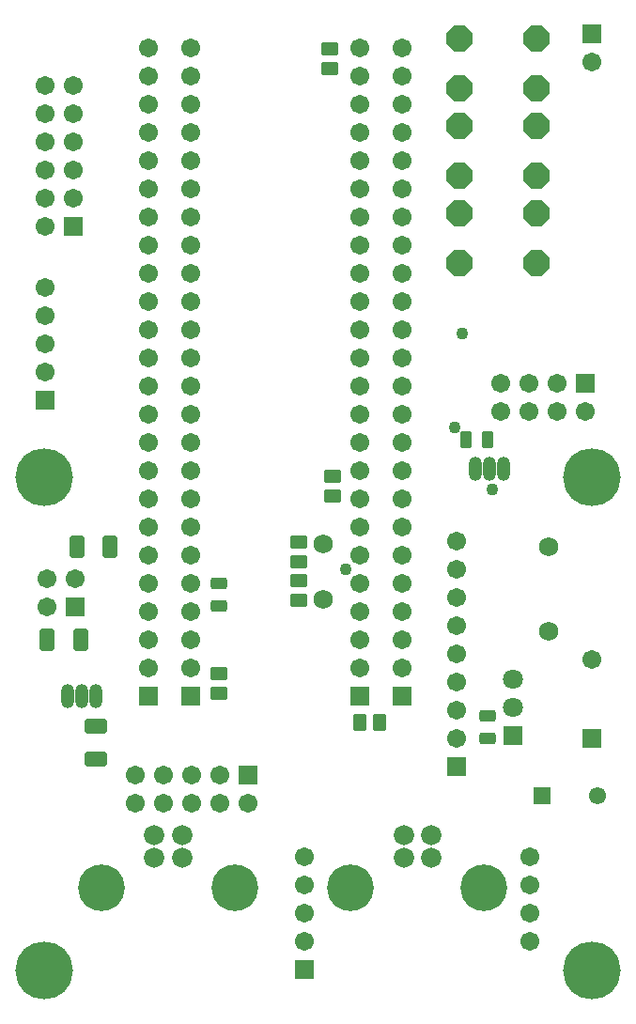
<source format=gbs>
G04 Layer_Color=16711935*
%FSLAX44Y44*%
%MOMM*%
G71*
G01*
G75*
G04:AMPARAMS|DCode=44|XSize=1.5032mm|YSize=1.0032mm|CornerRadius=0.2016mm|HoleSize=0mm|Usage=FLASHONLY|Rotation=0.000|XOffset=0mm|YOffset=0mm|HoleType=Round|Shape=RoundedRectangle|*
%AMROUNDEDRECTD44*
21,1,1.5032,0.6000,0,0,0.0*
21,1,1.1000,1.0032,0,0,0.0*
1,1,0.4032,0.5500,-0.3000*
1,1,0.4032,-0.5500,-0.3000*
1,1,0.4032,-0.5500,0.3000*
1,1,0.4032,0.5500,0.3000*
%
%ADD44ROUNDEDRECTD44*%
%ADD46O,1.2032X2.2032*%
%ADD47O,1.2032X2.2032*%
%ADD48C,4.2032*%
%ADD49C,1.8288*%
%ADD50C,1.7032*%
%ADD51R,1.7032X1.7032*%
%ADD52C,1.5532*%
%ADD53R,1.5532X1.5532*%
%ADD54C,1.7272*%
%ADD55R,1.7032X1.7032*%
%ADD56P,2.4930X8X202.5*%
%ADD57R,1.8032X1.8032*%
%ADD58C,1.8032*%
%ADD59C,5.2032*%
%ADD60C,1.1032*%
G04:AMPARAMS|DCode=61|XSize=1.6032mm|YSize=1.2032mm|CornerRadius=0.2266mm|HoleSize=0mm|Usage=FLASHONLY|Rotation=270.000|XOffset=0mm|YOffset=0mm|HoleType=Round|Shape=RoundedRectangle|*
%AMROUNDEDRECTD61*
21,1,1.6032,0.7500,0,0,270.0*
21,1,1.1500,1.2032,0,0,270.0*
1,1,0.4532,-0.3750,-0.5750*
1,1,0.4532,-0.3750,0.5750*
1,1,0.4532,0.3750,0.5750*
1,1,0.4532,0.3750,-0.5750*
%
%ADD61ROUNDEDRECTD61*%
G04:AMPARAMS|DCode=62|XSize=1.6032mm|YSize=1.2032mm|CornerRadius=0.2266mm|HoleSize=0mm|Usage=FLASHONLY|Rotation=0.000|XOffset=0mm|YOffset=0mm|HoleType=Round|Shape=RoundedRectangle|*
%AMROUNDEDRECTD62*
21,1,1.6032,0.7500,0,0,0.0*
21,1,1.1500,1.2032,0,0,0.0*
1,1,0.4532,0.5750,-0.3750*
1,1,0.4532,-0.5750,-0.3750*
1,1,0.4532,-0.5750,0.3750*
1,1,0.4532,0.5750,0.3750*
%
%ADD62ROUNDEDRECTD62*%
G04:AMPARAMS|DCode=63|XSize=2.0032mm|YSize=1.3532mm|CornerRadius=0.2454mm|HoleSize=0mm|Usage=FLASHONLY|Rotation=180.000|XOffset=0mm|YOffset=0mm|HoleType=Round|Shape=RoundedRectangle|*
%AMROUNDEDRECTD63*
21,1,2.0032,0.8625,0,0,180.0*
21,1,1.5125,1.3532,0,0,180.0*
1,1,0.4907,-0.7562,0.4313*
1,1,0.4907,0.7562,0.4313*
1,1,0.4907,0.7562,-0.4313*
1,1,0.4907,-0.7562,-0.4313*
%
%ADD63ROUNDEDRECTD63*%
G04:AMPARAMS|DCode=64|XSize=2.0032mm|YSize=1.3532mm|CornerRadius=0.2454mm|HoleSize=0mm|Usage=FLASHONLY|Rotation=270.000|XOffset=0mm|YOffset=0mm|HoleType=Round|Shape=RoundedRectangle|*
%AMROUNDEDRECTD64*
21,1,2.0032,0.8625,0,0,270.0*
21,1,1.5125,1.3532,0,0,270.0*
1,1,0.4907,-0.4313,-0.7562*
1,1,0.4907,-0.4313,0.7562*
1,1,0.4907,0.4313,0.7562*
1,1,0.4907,0.4313,-0.7562*
%
%ADD64ROUNDEDRECTD64*%
G04:AMPARAMS|DCode=65|XSize=1.5032mm|YSize=1.0032mm|CornerRadius=0.2016mm|HoleSize=0mm|Usage=FLASHONLY|Rotation=270.000|XOffset=0mm|YOffset=0mm|HoleType=Round|Shape=RoundedRectangle|*
%AMROUNDEDRECTD65*
21,1,1.5032,0.6000,0,0,270.0*
21,1,1.1000,1.0032,0,0,270.0*
1,1,0.4032,-0.3000,-0.5500*
1,1,0.4032,-0.3000,0.5500*
1,1,0.4032,0.3000,0.5500*
1,1,0.4032,0.3000,-0.5500*
%
%ADD65ROUNDEDRECTD65*%
D44*
X185420Y357030D02*
D03*
Y377030D02*
D03*
X427990Y257650D02*
D03*
Y237650D02*
D03*
D46*
X49530Y275590D02*
D03*
X62230D02*
D03*
X441960Y480060D02*
D03*
X429260D02*
D03*
D47*
X74930Y275590D02*
D03*
X416560Y480060D02*
D03*
D48*
X424690Y102800D02*
D03*
X304290D02*
D03*
X199900D02*
D03*
X79500D02*
D03*
D49*
X351990Y149900D02*
D03*
Y129900D02*
D03*
X376990D02*
D03*
Y149900D02*
D03*
X127200D02*
D03*
Y129900D02*
D03*
X152200D02*
D03*
Y149900D02*
D03*
D50*
X30480Y381000D02*
D03*
X55880D02*
D03*
X30480Y355600D02*
D03*
X465390Y130810D02*
D03*
Y105410D02*
D03*
Y80010D02*
D03*
Y54610D02*
D03*
X262890Y130810D02*
D03*
Y105410D02*
D03*
Y80010D02*
D03*
Y54610D02*
D03*
X110490Y179070D02*
D03*
Y204470D02*
D03*
X135890Y179070D02*
D03*
Y204470D02*
D03*
X161290Y179070D02*
D03*
Y204470D02*
D03*
X186690Y179070D02*
D03*
Y204470D02*
D03*
X212090Y179070D02*
D03*
X159920Y300990D02*
D03*
Y326390D02*
D03*
Y351790D02*
D03*
Y377190D02*
D03*
Y402590D02*
D03*
Y427990D02*
D03*
Y453390D02*
D03*
Y478790D02*
D03*
Y504190D02*
D03*
Y529590D02*
D03*
Y554990D02*
D03*
Y580390D02*
D03*
Y605790D02*
D03*
Y631190D02*
D03*
Y656590D02*
D03*
Y681990D02*
D03*
Y707390D02*
D03*
Y732790D02*
D03*
Y758190D02*
D03*
Y783590D02*
D03*
Y808990D02*
D03*
Y834390D02*
D03*
Y859790D02*
D03*
X312420D02*
D03*
Y834390D02*
D03*
Y808990D02*
D03*
Y783590D02*
D03*
Y758190D02*
D03*
Y732790D02*
D03*
Y707390D02*
D03*
Y681990D02*
D03*
Y656590D02*
D03*
Y631190D02*
D03*
Y605790D02*
D03*
Y580390D02*
D03*
Y554990D02*
D03*
Y529590D02*
D03*
Y504190D02*
D03*
Y478790D02*
D03*
Y453390D02*
D03*
Y427990D02*
D03*
Y402590D02*
D03*
Y377190D02*
D03*
Y351790D02*
D03*
Y326390D02*
D03*
Y300990D02*
D03*
X29210Y643890D02*
D03*
Y618490D02*
D03*
Y593090D02*
D03*
Y567690D02*
D03*
X521970Y308550D02*
D03*
X400050Y262890D02*
D03*
Y288290D02*
D03*
Y313690D02*
D03*
Y339090D02*
D03*
Y364490D02*
D03*
Y389890D02*
D03*
Y415290D02*
D03*
Y237490D02*
D03*
X29210Y825500D02*
D03*
X54610D02*
D03*
X29210Y800100D02*
D03*
X54610D02*
D03*
X29210Y774700D02*
D03*
X54610D02*
D03*
X29210Y749300D02*
D03*
X54610D02*
D03*
X29210Y723900D02*
D03*
X54610D02*
D03*
X29210Y698500D02*
D03*
X439420Y532130D02*
D03*
Y557530D02*
D03*
X464820Y532130D02*
D03*
Y557530D02*
D03*
X490220Y532130D02*
D03*
Y557530D02*
D03*
X515620Y532130D02*
D03*
X350520Y859790D02*
D03*
Y834390D02*
D03*
Y808990D02*
D03*
Y783590D02*
D03*
Y758190D02*
D03*
Y732790D02*
D03*
Y707390D02*
D03*
Y681990D02*
D03*
Y656590D02*
D03*
Y631190D02*
D03*
Y605790D02*
D03*
Y580390D02*
D03*
Y554990D02*
D03*
Y529590D02*
D03*
Y504190D02*
D03*
Y478790D02*
D03*
Y453390D02*
D03*
Y427990D02*
D03*
Y402590D02*
D03*
Y377190D02*
D03*
Y351790D02*
D03*
Y326390D02*
D03*
Y300990D02*
D03*
X121920Y859790D02*
D03*
Y834390D02*
D03*
Y808990D02*
D03*
Y783590D02*
D03*
Y758190D02*
D03*
Y732790D02*
D03*
Y707390D02*
D03*
Y681990D02*
D03*
Y656590D02*
D03*
Y631190D02*
D03*
Y605790D02*
D03*
Y580390D02*
D03*
Y554990D02*
D03*
Y529590D02*
D03*
Y504190D02*
D03*
Y478790D02*
D03*
Y453390D02*
D03*
Y427990D02*
D03*
Y402590D02*
D03*
Y377190D02*
D03*
Y351790D02*
D03*
Y326390D02*
D03*
Y300990D02*
D03*
X521970Y847090D02*
D03*
D51*
X55880Y355600D02*
D03*
X262890Y29210D02*
D03*
X159920Y275590D02*
D03*
X312420D02*
D03*
X29210Y542290D02*
D03*
X521970Y237550D02*
D03*
X400050Y212090D02*
D03*
X54610Y698500D02*
D03*
X350520Y275590D02*
D03*
X121920D02*
D03*
X521970Y872490D02*
D03*
D52*
X526650Y185420D02*
D03*
D53*
X476650D02*
D03*
D54*
X279400Y362750D02*
D03*
Y412750D02*
D03*
X482600Y334110D02*
D03*
Y410110D02*
D03*
D55*
X212090Y204470D02*
D03*
X515620Y557530D02*
D03*
D56*
X471880Y710840D02*
D03*
Y665840D02*
D03*
X401880Y710840D02*
D03*
Y665840D02*
D03*
X471880Y789580D02*
D03*
Y744580D02*
D03*
X401880Y789580D02*
D03*
Y744580D02*
D03*
X471880Y868320D02*
D03*
Y823320D02*
D03*
X401880Y868320D02*
D03*
Y823320D02*
D03*
D57*
X450850Y240030D02*
D03*
D58*
Y265430D02*
D03*
Y290830D02*
D03*
D59*
X27940Y472440D02*
D03*
X521970D02*
D03*
X27940Y27940D02*
D03*
X521970D02*
D03*
D60*
X398272Y517652D02*
D03*
X432308Y461518D02*
D03*
X299720Y389890D02*
D03*
X404876Y602234D02*
D03*
D61*
X330310Y251460D02*
D03*
X312310D02*
D03*
D62*
X185420Y296020D02*
D03*
Y278020D02*
D03*
X288290Y455820D02*
D03*
Y473820D02*
D03*
X285750Y840630D02*
D03*
Y858630D02*
D03*
X257810Y379840D02*
D03*
Y361840D02*
D03*
Y396130D02*
D03*
Y414130D02*
D03*
D63*
X74930Y218680D02*
D03*
Y248680D02*
D03*
D64*
X60720Y326390D02*
D03*
X30720D02*
D03*
X87390Y410210D02*
D03*
X57390D02*
D03*
D65*
X407830Y506730D02*
D03*
X427830D02*
D03*
M02*

</source>
